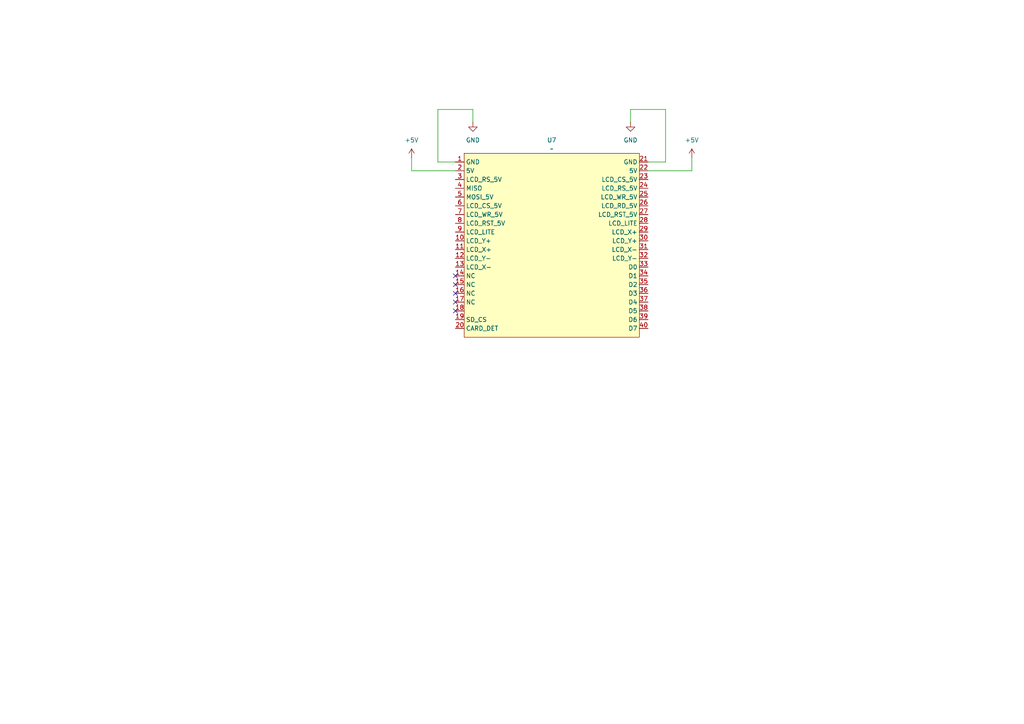
<source format=kicad_sch>
(kicad_sch (version 20250114) (generator "eeschema") (generator_version "9.0")
  (paper "A4")
  (title_block (rev "Rev.1"))
  (lib_symbols
    (symbol "REGI:Adafruit_ILI9341_2.8"
      (property "Reference" "U" (at 0 28.448 0))
      (symbol "Adafruit_ILI9341_2.8_1_1"
        (rectangle (start -25.4 25.4) (end 25.4 -27.94) (fill (type background)))
        (pin input line (at -27.94 22.86 0) (length 2.54) (name "GND") (number "1"))
        (pin input line (at -27.94 20.32 0) (length 2.54) (name "5V") (number "2"))
        (pin input line (at -27.94 17.78 0) (length 2.54) (name "LCD_RS_5V") (number "3"))
        (pin input line (at -27.94 15.24 0) (length 2.54) (name "MISO") (number "4"))
        (pin input line (at -27.94 12.7 0) (length 2.54) (name "MOSI_5V") (number "5"))
        (pin input line (at -27.94 10.16 0) (length 2.54) (name "LCD_CS_5V") (number "6"))
        (pin input line (at -27.94 7.62 0) (length 2.54) (name "LCD_WR_5V") (number "7"))
        (pin input line (at -27.94 5.08 0) (length 2.54) (name "LCD_RST_5V") (number "8"))
        (pin input line (at -27.94 2.54 0) (length 2.54) (name "LCD_LITE") (number "9"))
        (pin input line (at -27.94 0 0) (length 2.54) (name "LCD_Y+") (number "10"))
        (pin input line (at -27.94 -2.54 0) (length 2.54) (name "LCD_X+") (number "11"))
        (pin input line (at -27.94 -5.08 0) (length 2.54) (name "LCD_Y-") (number "12"))
        (pin input line (at -27.94 -7.62 0) (length 2.54) (name "LCD_X-") (number "13"))
        (pin input line (at -27.94 -10.16 0) (length 2.54) (name "NC") (number "14"))
        (pin input line (at -27.94 -12.7 0) (length 2.54) (name "NC") (number "15"))
        (pin input line (at -27.94 -15.24 0) (length 2.54) (name "NC") (number "16"))
        (pin input line (at -27.94 -17.78 0) (length 2.54) (name "NC") (number "17"))
        (pin input line (at -27.94 -20.32 0) (length 2.54) (name "") (number "18"))
        (pin input line (at -27.94 -22.86 0) (length 2.54) (name "SD_CS") (number "19"))
        (pin input line (at -27.94 -25.4 0) (length 2.54) (name "CARD_DET") (number "20"))
        (pin input line (at 27.94 22.86 180) (length 2.54) (name "GND") (number "21"))
        (pin input line (at 27.94 20.32 180) (length 2.54) (name "5V") (number "22"))
        (pin input line (at 27.94 17.78 180) (length 2.54) (name "LCD_CS_5V") (number "23"))
        (pin input line (at 27.94 15.24 180) (length 2.54) (name "LCD_RS_5V") (number "24"))
        (pin input line (at 27.94 12.7 180) (length 2.54) (name "LCD_WR_5V") (number "25"))
        (pin input line (at 27.94 10.16 180) (length 2.54) (name "LCD_RD_5V") (number "26"))
        (pin input line (at 27.94 7.62 180) (length 2.54) (name "LCD_RST_5V") (number "27"))
        (pin input line (at 27.94 5.08 180) (length 2.54) (name "LCD_LITE") (number "28"))
        (pin input line (at 27.94 2.54 180) (length 2.54) (name "LCD_X+") (number "29"))
        (pin input line (at 27.94 0 180) (length 2.54) (name "LCD_Y+") (number "30"))
        (pin input line (at 27.94 -2.54 180) (length 2.54) (name "LCD_X-") (number "31"))
        (pin input line (at 27.94 -5.08 180) (length 2.54) (name "LCD_Y-") (number "32"))
        (pin input line (at 27.94 -7.62 180) (length 2.54) (name "D0") (number "33"))
        (pin input line (at 27.94 -10.16 180) (length 2.54) (name "D1") (number "34"))
        (pin input line (at 27.94 -12.7 180) (length 2.54) (name "D2") (number "35"))
        (pin input line (at 27.94 -15.24 180) (length 2.54) (name "D3") (number "36"))
        (pin input line (at 27.94 -17.78 180) (length 2.54) (name "D4") (number "37"))
        (pin input line (at 27.94 -20.32 180) (length 2.54) (name "D5") (number "38"))
        (pin input line (at 27.94 -22.86 180) (length 2.54) (name "D6") (number "39"))
        (pin input line (at 27.94 -25.4 180) (length 2.54) (name "D7") (number "40"))
      )
    )
    (symbol "power:+5V" (power) (pin_numbers (hide yes)) (pin_names (offset 0) (hide yes))
      (property "Value" "+5V" (at 0 3.556 0))
      (symbol "+5V_0_1"
        (polyline (pts (xy -0.762 1.27) (xy 0 2.54)))
        (polyline (pts (xy 0 2.54) (xy 0.762 1.27)))
        (polyline (pts (xy 0 0) (xy 0 2.54)))
      )
      (symbol "+5V_1_1"
        (pin power_in line (at 0 0 90) (length 0) (name "~") (number "1"))
      )
    )
    (symbol "power:GND" (power) (pin_numbers (hide yes)) (pin_names (offset 0) (hide yes))
      (property "Value" "GND" (at 0 -3.81 0))
      (symbol "GND_0_1"
        (polyline (pts (xy 0 0) (xy 0 -1.27) (xy 1.27 -1.27) (xy 0 -2.54) (xy -1.27 -1.27) (xy 0 -1.27)))
      )
      (symbol "GND_1_1"
        (pin power_in line (at 0 0 270) (length 0) (name "~") (number "1"))
      )
    )
  )
  (no_connect (at 132.08 82.55))
  (no_connect (at 132.08 85.09))
  (no_connect (at 132.08 87.63))
  (no_connect (at 132.08 90.17))
  (no_connect (at 132.08 80.01))
  (wire (pts (xy 137.16 31.75) (xy 127 31.75)))
  (wire (pts (xy 182.88 35.56) (xy 182.88 31.75)))
  (wire (pts (xy 193.04 46.99) (xy 187.96 46.99)))
  (wire (pts (xy 127 31.75) (xy 127 46.99)))
  (wire (pts (xy 200.66 45.72) (xy 200.66 49.53)))
  (wire (pts (xy 119.38 49.53) (xy 132.08 49.53)))
  (wire (pts (xy 200.66 49.53) (xy 187.96 49.53)))
  (wire (pts (xy 193.04 31.75) (xy 193.04 46.99)))
  (wire (pts (xy 127 46.99) (xy 132.08 46.99)))
  (wire (pts (xy 119.38 45.72) (xy 119.38 49.53)))
  (wire (pts (xy 137.16 35.56) (xy 137.16 31.75)))
  (wire (pts (xy 182.88 31.75) (xy 193.04 31.75)))
  (symbol (lib_id "REGI:Adafruit_ILI9341_2.8") (at 160.02 69.85 0) (unit 1)
    (property "Reference" "U7" (at 160.02 40.64 0))
    (property "Value" "~" (at 160.02 43.18 0))
    (property "Footprint" "REGI:Adafruit2.8-ILI9341" (effects (hide yes)))
  )
  (symbol (lib_id "power:+5V") (at 119.38 45.72 0) (unit 1)
    (property "Reference" "#PWR047" (effects (hide yes)))
    (property "Value" "+5V" (at 119.38 40.64 0))
    (property "Description" "Power symbol creates a global label with name \"+5V\"" (effects (hide yes)))
  )
  (symbol (lib_id "power:GND") (at 182.88 35.56 0) (mirror y) (unit 1)
    (property "Reference" "#PWR050" (effects (hide yes)))
    (property "Value" "GND" (at 182.88 40.64 0))
    (property "Description" "Power symbol creates a global label with name \"GND\" , ground" (effects (hide yes)))
  )
  (symbol (lib_id "power:+5V") (at 200.66 45.72 0) (mirror y) (unit 1)
    (property "Reference" "#PWR049" (effects (hide yes)))
    (property "Value" "+5V" (at 200.66 40.64 0))
    (property "Description" "Power symbol creates a global label with name \"+5V\"" (effects (hide yes)))
  )
  (symbol (lib_id "power:GND") (at 137.16 35.56 0) (unit 1)
    (property "Reference" "#PWR048" (effects (hide yes)))
    (property "Value" "GND" (at 137.16 40.64 0))
    (property "Description" "Power symbol creates a global label with name \"GND\" , ground" (effects (hide yes)))
  )
)
</source>
